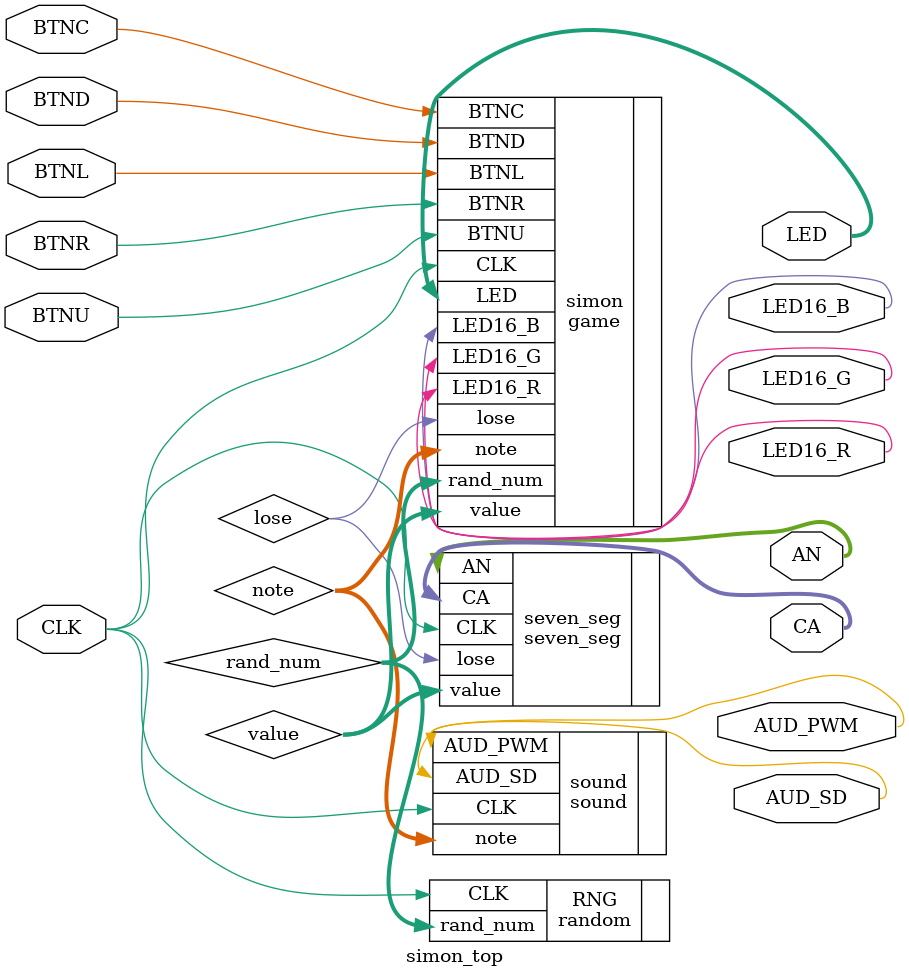
<source format=v>
`timescale 1ns / 1ps

module simon_top(
    input CLK, BTNU, BTND, BTNL, BTNR, BTNC,
    output [7:0] AN,CA,
    output [15:0] LED,	// Victory LEDs
    output LED16_R, LED16_G, LED16_B, AUD_SD, AUD_PWM	// RGB LEDs and audio output
    );
    wire [31:0] value;	// 7-segment display output (score)
    wire [1:0] rand_num;	// Gets random color from random.v
    wire [2:0] note;	// Used to play sound when a button is pressed
    wire lose;	// Used to display LOSE on 7-segment display
    
    random RNG(.CLK(CLK),.rand_num(rand_num));
    game simon(.CLK(CLK),.BTNU(BTNU),.BTND(BTND),.BTNL(BTNL),.BTNR(BTNR),.BTNC(BTNC),.rand_num(rand_num),.LED16_R(LED16_R),.LED16_G(LED16_G),.LED16_B(LED16_B),.value(value),.LED(LED),.note(note),.lose(lose));
    seven_seg seven_seg(.CLK(CLK),.AN(AN),.CA(CA),.value(value),.lose(lose));
    sound sound(.CLK(CLK),.note(note),.AUD_SD(AUD_SD),.AUD_PWM(AUD_PWM));
endmodule

</source>
